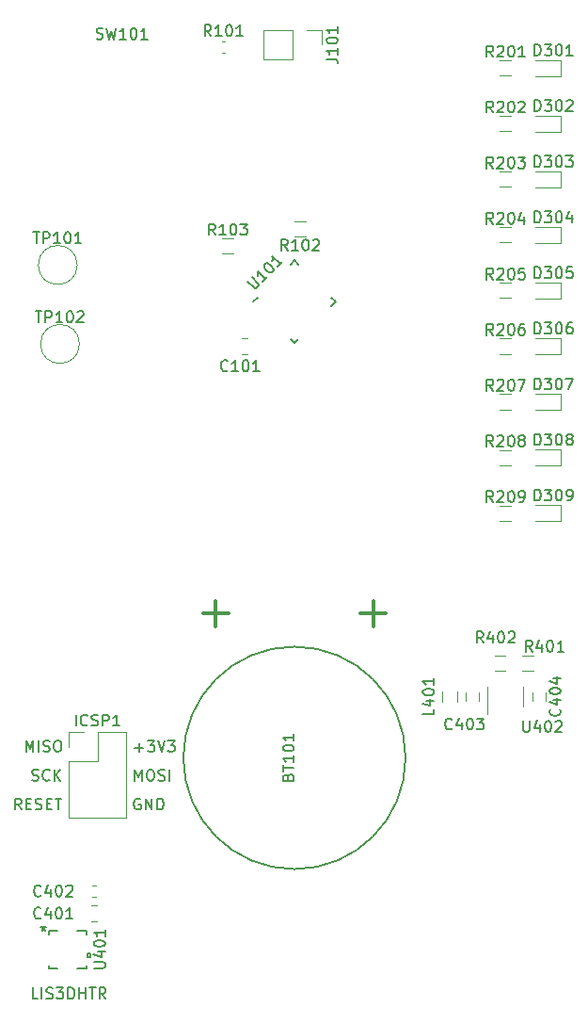
<source format=gbr>
G04 #@! TF.GenerationSoftware,KiCad,Pcbnew,5.0.2-bee76a0~70~ubuntu18.04.1*
G04 #@! TF.CreationDate,2019-03-04T23:14:44-05:00*
G04 #@! TF.ProjectId,BalancingBusinessCardLights,42616c61-6e63-4696-9e67-427573696e65,rev?*
G04 #@! TF.SameCoordinates,Original*
G04 #@! TF.FileFunction,Legend,Top*
G04 #@! TF.FilePolarity,Positive*
%FSLAX46Y46*%
G04 Gerber Fmt 4.6, Leading zero omitted, Abs format (unit mm)*
G04 Created by KiCad (PCBNEW 5.0.2-bee76a0~70~ubuntu18.04.1) date Mon 04 Mar 2019 11:14:44 PM EST*
%MOMM*%
%LPD*%
G01*
G04 APERTURE LIST*
%ADD10C,0.300000*%
%ADD11C,0.150000*%
%ADD12C,0.120000*%
%ADD13C,0.152400*%
G04 APERTURE END LIST*
D10*
X211457142Y-103014285D02*
X213742857Y-103014285D01*
X212600000Y-104157142D02*
X212600000Y-101871428D01*
X197257142Y-103014285D02*
X199542857Y-103014285D01*
X198400000Y-104157142D02*
X198400000Y-101871428D01*
D11*
X191140595Y-115071428D02*
X191902500Y-115071428D01*
X191521547Y-115452380D02*
X191521547Y-114690476D01*
X192283452Y-114452380D02*
X192902500Y-114452380D01*
X192569166Y-114833333D01*
X192712023Y-114833333D01*
X192807261Y-114880952D01*
X192854880Y-114928571D01*
X192902500Y-115023809D01*
X192902500Y-115261904D01*
X192854880Y-115357142D01*
X192807261Y-115404761D01*
X192712023Y-115452380D01*
X192426309Y-115452380D01*
X192331071Y-115404761D01*
X192283452Y-115357142D01*
X193188214Y-114452380D02*
X193521547Y-115452380D01*
X193854880Y-114452380D01*
X194092976Y-114452380D02*
X194712023Y-114452380D01*
X194378690Y-114833333D01*
X194521547Y-114833333D01*
X194616785Y-114880952D01*
X194664404Y-114928571D01*
X194712023Y-115023809D01*
X194712023Y-115261904D01*
X194664404Y-115357142D01*
X194616785Y-115404761D01*
X194521547Y-115452380D01*
X194235833Y-115452380D01*
X194140595Y-115404761D01*
X194092976Y-115357142D01*
X191121547Y-118052380D02*
X191121547Y-117052380D01*
X191454880Y-117766666D01*
X191788214Y-117052380D01*
X191788214Y-118052380D01*
X192454880Y-117052380D02*
X192645357Y-117052380D01*
X192740595Y-117100000D01*
X192835833Y-117195238D01*
X192883452Y-117385714D01*
X192883452Y-117719047D01*
X192835833Y-117909523D01*
X192740595Y-118004761D01*
X192645357Y-118052380D01*
X192454880Y-118052380D01*
X192359642Y-118004761D01*
X192264404Y-117909523D01*
X192216785Y-117719047D01*
X192216785Y-117385714D01*
X192264404Y-117195238D01*
X192359642Y-117100000D01*
X192454880Y-117052380D01*
X193264404Y-118004761D02*
X193407261Y-118052380D01*
X193645357Y-118052380D01*
X193740595Y-118004761D01*
X193788214Y-117957142D01*
X193835833Y-117861904D01*
X193835833Y-117766666D01*
X193788214Y-117671428D01*
X193740595Y-117623809D01*
X193645357Y-117576190D01*
X193454880Y-117528571D01*
X193359642Y-117480952D01*
X193312023Y-117433333D01*
X193264404Y-117338095D01*
X193264404Y-117242857D01*
X193312023Y-117147619D01*
X193359642Y-117100000D01*
X193454880Y-117052380D01*
X193692976Y-117052380D01*
X193835833Y-117100000D01*
X194264404Y-118052380D02*
X194264404Y-117052380D01*
X191616785Y-119700000D02*
X191521547Y-119652380D01*
X191378690Y-119652380D01*
X191235833Y-119700000D01*
X191140595Y-119795238D01*
X191092976Y-119890476D01*
X191045357Y-120080952D01*
X191045357Y-120223809D01*
X191092976Y-120414285D01*
X191140595Y-120509523D01*
X191235833Y-120604761D01*
X191378690Y-120652380D01*
X191473928Y-120652380D01*
X191616785Y-120604761D01*
X191664404Y-120557142D01*
X191664404Y-120223809D01*
X191473928Y-120223809D01*
X192092976Y-120652380D02*
X192092976Y-119652380D01*
X192664404Y-120652380D01*
X192664404Y-119652380D01*
X193140595Y-120652380D02*
X193140595Y-119652380D01*
X193378690Y-119652380D01*
X193521547Y-119700000D01*
X193616785Y-119795238D01*
X193664404Y-119890476D01*
X193712023Y-120080952D01*
X193712023Y-120223809D01*
X193664404Y-120414285D01*
X193616785Y-120509523D01*
X193521547Y-120604761D01*
X193378690Y-120652380D01*
X193140595Y-120652380D01*
X180907023Y-120652380D02*
X180573690Y-120176190D01*
X180335595Y-120652380D02*
X180335595Y-119652380D01*
X180716547Y-119652380D01*
X180811785Y-119700000D01*
X180859404Y-119747619D01*
X180907023Y-119842857D01*
X180907023Y-119985714D01*
X180859404Y-120080952D01*
X180811785Y-120128571D01*
X180716547Y-120176190D01*
X180335595Y-120176190D01*
X181335595Y-120128571D02*
X181668928Y-120128571D01*
X181811785Y-120652380D02*
X181335595Y-120652380D01*
X181335595Y-119652380D01*
X181811785Y-119652380D01*
X182192738Y-120604761D02*
X182335595Y-120652380D01*
X182573690Y-120652380D01*
X182668928Y-120604761D01*
X182716547Y-120557142D01*
X182764166Y-120461904D01*
X182764166Y-120366666D01*
X182716547Y-120271428D01*
X182668928Y-120223809D01*
X182573690Y-120176190D01*
X182383214Y-120128571D01*
X182287976Y-120080952D01*
X182240357Y-120033333D01*
X182192738Y-119938095D01*
X182192738Y-119842857D01*
X182240357Y-119747619D01*
X182287976Y-119700000D01*
X182383214Y-119652380D01*
X182621309Y-119652380D01*
X182764166Y-119700000D01*
X183192738Y-120128571D02*
X183526071Y-120128571D01*
X183668928Y-120652380D02*
X183192738Y-120652380D01*
X183192738Y-119652380D01*
X183668928Y-119652380D01*
X183954642Y-119652380D02*
X184526071Y-119652380D01*
X184240357Y-120652380D02*
X184240357Y-119652380D01*
X181887976Y-118004761D02*
X182030833Y-118052380D01*
X182268928Y-118052380D01*
X182364166Y-118004761D01*
X182411785Y-117957142D01*
X182459404Y-117861904D01*
X182459404Y-117766666D01*
X182411785Y-117671428D01*
X182364166Y-117623809D01*
X182268928Y-117576190D01*
X182078452Y-117528571D01*
X181983214Y-117480952D01*
X181935595Y-117433333D01*
X181887976Y-117338095D01*
X181887976Y-117242857D01*
X181935595Y-117147619D01*
X181983214Y-117100000D01*
X182078452Y-117052380D01*
X182316547Y-117052380D01*
X182459404Y-117100000D01*
X183459404Y-117957142D02*
X183411785Y-118004761D01*
X183268928Y-118052380D01*
X183173690Y-118052380D01*
X183030833Y-118004761D01*
X182935595Y-117909523D01*
X182887976Y-117814285D01*
X182840357Y-117623809D01*
X182840357Y-117480952D01*
X182887976Y-117290476D01*
X182935595Y-117195238D01*
X183030833Y-117100000D01*
X183173690Y-117052380D01*
X183268928Y-117052380D01*
X183411785Y-117100000D01*
X183459404Y-117147619D01*
X183887976Y-118052380D02*
X183887976Y-117052380D01*
X184459404Y-118052380D02*
X184030833Y-117480952D01*
X184459404Y-117052380D02*
X183887976Y-117623809D01*
X181335595Y-115452380D02*
X181335595Y-114452380D01*
X181668928Y-115166666D01*
X182002261Y-114452380D01*
X182002261Y-115452380D01*
X182478452Y-115452380D02*
X182478452Y-114452380D01*
X182907023Y-115404761D02*
X183049880Y-115452380D01*
X183287976Y-115452380D01*
X183383214Y-115404761D01*
X183430833Y-115357142D01*
X183478452Y-115261904D01*
X183478452Y-115166666D01*
X183430833Y-115071428D01*
X183383214Y-115023809D01*
X183287976Y-114976190D01*
X183097500Y-114928571D01*
X183002261Y-114880952D01*
X182954642Y-114833333D01*
X182907023Y-114738095D01*
X182907023Y-114642857D01*
X182954642Y-114547619D01*
X183002261Y-114500000D01*
X183097500Y-114452380D01*
X183335595Y-114452380D01*
X183478452Y-114500000D01*
X184097500Y-114452380D02*
X184287976Y-114452380D01*
X184383214Y-114500000D01*
X184478452Y-114595238D01*
X184526071Y-114785714D01*
X184526071Y-115119047D01*
X184478452Y-115309523D01*
X184383214Y-115404761D01*
X184287976Y-115452380D01*
X184097500Y-115452380D01*
X184002261Y-115404761D01*
X183907023Y-115309523D01*
X183859404Y-115119047D01*
X183859404Y-114785714D01*
X183907023Y-114595238D01*
X184002261Y-114500000D01*
X184097500Y-114452380D01*
G04 #@! TO.C,BT101*
X215500000Y-116000000D02*
G75*
G03X215500000Y-116000000I-10000000J0D01*
G01*
D12*
G04 #@! TO.C,C101*
X201258578Y-78290000D02*
X200741422Y-78290000D01*
X201258578Y-79710000D02*
X200741422Y-79710000D01*
G04 #@! TO.C,C401*
X187241422Y-130710000D02*
X187758578Y-130710000D01*
X187241422Y-129290000D02*
X187758578Y-129290000D01*
G04 #@! TO.C,C402*
X187337221Y-128510000D02*
X187662779Y-128510000D01*
X187337221Y-127490000D02*
X187662779Y-127490000D01*
G04 #@! TO.C,D301*
X229485000Y-53265000D02*
X227200000Y-53265000D01*
X229485000Y-54735000D02*
X229485000Y-53265000D01*
X227200000Y-54735000D02*
X229485000Y-54735000D01*
G04 #@! TO.C,D302*
X229485000Y-58265000D02*
X227200000Y-58265000D01*
X229485000Y-59735000D02*
X229485000Y-58265000D01*
X227200000Y-59735000D02*
X229485000Y-59735000D01*
G04 #@! TO.C,D303*
X229485000Y-63265000D02*
X227200000Y-63265000D01*
X229485000Y-64735000D02*
X229485000Y-63265000D01*
X227200000Y-64735000D02*
X229485000Y-64735000D01*
G04 #@! TO.C,D304*
X229485000Y-68265000D02*
X227200000Y-68265000D01*
X229485000Y-69735000D02*
X229485000Y-68265000D01*
X227200000Y-69735000D02*
X229485000Y-69735000D01*
G04 #@! TO.C,D305*
X229485000Y-73265000D02*
X227200000Y-73265000D01*
X229485000Y-74735000D02*
X229485000Y-73265000D01*
X227200000Y-74735000D02*
X229485000Y-74735000D01*
G04 #@! TO.C,D306*
X229485000Y-78265000D02*
X227200000Y-78265000D01*
X229485000Y-79735000D02*
X229485000Y-78265000D01*
X227200000Y-79735000D02*
X229485000Y-79735000D01*
G04 #@! TO.C,D307*
X229485000Y-83265000D02*
X227200000Y-83265000D01*
X229485000Y-84735000D02*
X229485000Y-83265000D01*
X227200000Y-84735000D02*
X229485000Y-84735000D01*
G04 #@! TO.C,D308*
X229485000Y-88265000D02*
X227200000Y-88265000D01*
X229485000Y-89735000D02*
X229485000Y-88265000D01*
X227200000Y-89735000D02*
X229485000Y-89735000D01*
G04 #@! TO.C,D309*
X229485000Y-93265000D02*
X227200000Y-93265000D01*
X229485000Y-94735000D02*
X229485000Y-93265000D01*
X227200000Y-94735000D02*
X229485000Y-94735000D01*
G04 #@! TO.C,ICSP1*
X185170000Y-113670000D02*
X186500000Y-113670000D01*
X185170000Y-115000000D02*
X185170000Y-113670000D01*
X187770000Y-113670000D02*
X190370000Y-113670000D01*
X187770000Y-116270000D02*
X187770000Y-113670000D01*
X185170000Y-116270000D02*
X187770000Y-116270000D01*
X190370000Y-113670000D02*
X190370000Y-121410000D01*
X185170000Y-116270000D02*
X185170000Y-121410000D01*
X185170000Y-121410000D02*
X190370000Y-121410000D01*
D13*
G04 #@! TO.C,U401*
X186853001Y-133564500D02*
X187107001Y-133564500D01*
X186853001Y-133945500D02*
X186853001Y-133564500D01*
X187107001Y-133945500D02*
X186853001Y-133945500D01*
X187107001Y-133564500D02*
X187107001Y-133945500D01*
X184166749Y-131553201D02*
X183373201Y-131553201D01*
X186776801Y-131846748D02*
X186776801Y-131553201D01*
X185983253Y-134956801D02*
X186776801Y-134956801D01*
X183373201Y-134663254D02*
X183373201Y-134956801D01*
X183373201Y-131553201D02*
X183373201Y-131846748D01*
X186776801Y-131553201D02*
X185983253Y-131553201D01*
X186776801Y-134956801D02*
X186776801Y-134663254D01*
X183373201Y-134956801D02*
X184166749Y-134956801D01*
D12*
G04 #@! TO.C,C403*
X222100000Y-110150000D02*
X222100000Y-110850000D01*
X220900000Y-110850000D02*
X220900000Y-110150000D01*
G04 #@! TO.C,C404*
X226900000Y-110850000D02*
X226900000Y-110150000D01*
X228100000Y-110150000D02*
X228100000Y-110850000D01*
G04 #@! TO.C,L401*
X218820000Y-111000000D02*
X218820000Y-110000000D01*
X220180000Y-110000000D02*
X220180000Y-111000000D01*
G04 #@! TO.C,R201*
X224000000Y-53320000D02*
X225000000Y-53320000D01*
X225000000Y-54680000D02*
X224000000Y-54680000D01*
G04 #@! TO.C,R202*
X225000000Y-59680000D02*
X224000000Y-59680000D01*
X224000000Y-58320000D02*
X225000000Y-58320000D01*
G04 #@! TO.C,R203*
X224000000Y-63320000D02*
X225000000Y-63320000D01*
X225000000Y-64680000D02*
X224000000Y-64680000D01*
G04 #@! TO.C,R204*
X225000000Y-69680000D02*
X224000000Y-69680000D01*
X224000000Y-68320000D02*
X225000000Y-68320000D01*
G04 #@! TO.C,R205*
X224000000Y-73320000D02*
X225000000Y-73320000D01*
X225000000Y-74680000D02*
X224000000Y-74680000D01*
G04 #@! TO.C,R206*
X225000000Y-79680000D02*
X224000000Y-79680000D01*
X224000000Y-78320000D02*
X225000000Y-78320000D01*
G04 #@! TO.C,R207*
X224000000Y-83320000D02*
X225000000Y-83320000D01*
X225000000Y-84680000D02*
X224000000Y-84680000D01*
G04 #@! TO.C,R208*
X225000000Y-89680000D02*
X224000000Y-89680000D01*
X224000000Y-88320000D02*
X225000000Y-88320000D01*
G04 #@! TO.C,R209*
X225000000Y-94680000D02*
X224000000Y-94680000D01*
X224000000Y-93320000D02*
X225000000Y-93320000D01*
G04 #@! TO.C,R401*
X227000000Y-108180000D02*
X226000000Y-108180000D01*
X226000000Y-106820000D02*
X227000000Y-106820000D01*
G04 #@! TO.C,R402*
X223500000Y-106820000D02*
X224500000Y-106820000D01*
X224500000Y-108180000D02*
X223500000Y-108180000D01*
D11*
G04 #@! TO.C,U101*
X205500000Y-71287689D02*
X205128769Y-71658920D01*
X209212311Y-75000000D02*
X208841080Y-75371231D01*
X205500000Y-78712311D02*
X205871231Y-78341080D01*
X201787689Y-75000000D02*
X202158920Y-74628769D01*
X209212311Y-75000000D02*
X208841080Y-74628769D01*
X205500000Y-78712311D02*
X205128769Y-78341080D01*
X205500000Y-71287689D02*
X205871231Y-71658920D01*
D12*
G04 #@! TO.C,U402*
X222890000Y-109600000D02*
X222890000Y-112050000D01*
X226110000Y-111400000D02*
X226110000Y-109600000D01*
G04 #@! TO.C,R102*
X206500000Y-69180000D02*
X205500000Y-69180000D01*
X205500000Y-67820000D02*
X206500000Y-67820000D01*
G04 #@! TO.C,R103*
X200000000Y-70680000D02*
X199000000Y-70680000D01*
X199000000Y-69320000D02*
X200000000Y-69320000D01*
G04 #@! TO.C,J101*
X202730000Y-50570000D02*
X202730000Y-53230000D01*
X205330000Y-50570000D02*
X202730000Y-50570000D01*
X205330000Y-53230000D02*
X202730000Y-53230000D01*
X205330000Y-50570000D02*
X205330000Y-53230000D01*
X206600000Y-50570000D02*
X207930000Y-50570000D01*
X207930000Y-50570000D02*
X207930000Y-51900000D01*
G04 #@! TO.C,R101*
X198949721Y-51590000D02*
X199275279Y-51590000D01*
X198949721Y-52610000D02*
X199275279Y-52610000D01*
G04 #@! TO.C,TP101*
X185950000Y-71700000D02*
G75*
G03X185950000Y-71700000I-1750000J0D01*
G01*
G04 #@! TO.C,TP102*
X186150000Y-78800000D02*
G75*
G03X186150000Y-78800000I-1750000J0D01*
G01*
G04 #@! TO.C,BT101*
D11*
X204928571Y-117738095D02*
X204976190Y-117595238D01*
X205023809Y-117547619D01*
X205119047Y-117500000D01*
X205261904Y-117500000D01*
X205357142Y-117547619D01*
X205404761Y-117595238D01*
X205452380Y-117690476D01*
X205452380Y-118071428D01*
X204452380Y-118071428D01*
X204452380Y-117738095D01*
X204500000Y-117642857D01*
X204547619Y-117595238D01*
X204642857Y-117547619D01*
X204738095Y-117547619D01*
X204833333Y-117595238D01*
X204880952Y-117642857D01*
X204928571Y-117738095D01*
X204928571Y-118071428D01*
X204452380Y-117214285D02*
X204452380Y-116642857D01*
X205452380Y-116928571D02*
X204452380Y-116928571D01*
X205452380Y-115785714D02*
X205452380Y-116357142D01*
X205452380Y-116071428D02*
X204452380Y-116071428D01*
X204595238Y-116166666D01*
X204690476Y-116261904D01*
X204738095Y-116357142D01*
X204452380Y-115166666D02*
X204452380Y-115071428D01*
X204500000Y-114976190D01*
X204547619Y-114928571D01*
X204642857Y-114880952D01*
X204833333Y-114833333D01*
X205071428Y-114833333D01*
X205261904Y-114880952D01*
X205357142Y-114928571D01*
X205404761Y-114976190D01*
X205452380Y-115071428D01*
X205452380Y-115166666D01*
X205404761Y-115261904D01*
X205357142Y-115309523D01*
X205261904Y-115357142D01*
X205071428Y-115404761D01*
X204833333Y-115404761D01*
X204642857Y-115357142D01*
X204547619Y-115309523D01*
X204500000Y-115261904D01*
X204452380Y-115166666D01*
X205452380Y-113880952D02*
X205452380Y-114452380D01*
X205452380Y-114166666D02*
X204452380Y-114166666D01*
X204595238Y-114261904D01*
X204690476Y-114357142D01*
X204738095Y-114452380D01*
G04 #@! TO.C,C101*
X199480952Y-81157142D02*
X199433333Y-81204761D01*
X199290476Y-81252380D01*
X199195238Y-81252380D01*
X199052380Y-81204761D01*
X198957142Y-81109523D01*
X198909523Y-81014285D01*
X198861904Y-80823809D01*
X198861904Y-80680952D01*
X198909523Y-80490476D01*
X198957142Y-80395238D01*
X199052380Y-80300000D01*
X199195238Y-80252380D01*
X199290476Y-80252380D01*
X199433333Y-80300000D01*
X199480952Y-80347619D01*
X200433333Y-81252380D02*
X199861904Y-81252380D01*
X200147619Y-81252380D02*
X200147619Y-80252380D01*
X200052380Y-80395238D01*
X199957142Y-80490476D01*
X199861904Y-80538095D01*
X201052380Y-80252380D02*
X201147619Y-80252380D01*
X201242857Y-80300000D01*
X201290476Y-80347619D01*
X201338095Y-80442857D01*
X201385714Y-80633333D01*
X201385714Y-80871428D01*
X201338095Y-81061904D01*
X201290476Y-81157142D01*
X201242857Y-81204761D01*
X201147619Y-81252380D01*
X201052380Y-81252380D01*
X200957142Y-81204761D01*
X200909523Y-81157142D01*
X200861904Y-81061904D01*
X200814285Y-80871428D01*
X200814285Y-80633333D01*
X200861904Y-80442857D01*
X200909523Y-80347619D01*
X200957142Y-80300000D01*
X201052380Y-80252380D01*
X202338095Y-81252380D02*
X201766666Y-81252380D01*
X202052380Y-81252380D02*
X202052380Y-80252380D01*
X201957142Y-80395238D01*
X201861904Y-80490476D01*
X201766666Y-80538095D01*
G04 #@! TO.C,C401*
X182680952Y-130357142D02*
X182633333Y-130404761D01*
X182490476Y-130452380D01*
X182395238Y-130452380D01*
X182252380Y-130404761D01*
X182157142Y-130309523D01*
X182109523Y-130214285D01*
X182061904Y-130023809D01*
X182061904Y-129880952D01*
X182109523Y-129690476D01*
X182157142Y-129595238D01*
X182252380Y-129500000D01*
X182395238Y-129452380D01*
X182490476Y-129452380D01*
X182633333Y-129500000D01*
X182680952Y-129547619D01*
X183538095Y-129785714D02*
X183538095Y-130452380D01*
X183300000Y-129404761D02*
X183061904Y-130119047D01*
X183680952Y-130119047D01*
X184252380Y-129452380D02*
X184347619Y-129452380D01*
X184442857Y-129500000D01*
X184490476Y-129547619D01*
X184538095Y-129642857D01*
X184585714Y-129833333D01*
X184585714Y-130071428D01*
X184538095Y-130261904D01*
X184490476Y-130357142D01*
X184442857Y-130404761D01*
X184347619Y-130452380D01*
X184252380Y-130452380D01*
X184157142Y-130404761D01*
X184109523Y-130357142D01*
X184061904Y-130261904D01*
X184014285Y-130071428D01*
X184014285Y-129833333D01*
X184061904Y-129642857D01*
X184109523Y-129547619D01*
X184157142Y-129500000D01*
X184252380Y-129452380D01*
X185538095Y-130452380D02*
X184966666Y-130452380D01*
X185252380Y-130452380D02*
X185252380Y-129452380D01*
X185157142Y-129595238D01*
X185061904Y-129690476D01*
X184966666Y-129738095D01*
G04 #@! TO.C,C402*
X182680952Y-128357142D02*
X182633333Y-128404761D01*
X182490476Y-128452380D01*
X182395238Y-128452380D01*
X182252380Y-128404761D01*
X182157142Y-128309523D01*
X182109523Y-128214285D01*
X182061904Y-128023809D01*
X182061904Y-127880952D01*
X182109523Y-127690476D01*
X182157142Y-127595238D01*
X182252380Y-127500000D01*
X182395238Y-127452380D01*
X182490476Y-127452380D01*
X182633333Y-127500000D01*
X182680952Y-127547619D01*
X183538095Y-127785714D02*
X183538095Y-128452380D01*
X183300000Y-127404761D02*
X183061904Y-128119047D01*
X183680952Y-128119047D01*
X184252380Y-127452380D02*
X184347619Y-127452380D01*
X184442857Y-127500000D01*
X184490476Y-127547619D01*
X184538095Y-127642857D01*
X184585714Y-127833333D01*
X184585714Y-128071428D01*
X184538095Y-128261904D01*
X184490476Y-128357142D01*
X184442857Y-128404761D01*
X184347619Y-128452380D01*
X184252380Y-128452380D01*
X184157142Y-128404761D01*
X184109523Y-128357142D01*
X184061904Y-128261904D01*
X184014285Y-128071428D01*
X184014285Y-127833333D01*
X184061904Y-127642857D01*
X184109523Y-127547619D01*
X184157142Y-127500000D01*
X184252380Y-127452380D01*
X184966666Y-127547619D02*
X185014285Y-127500000D01*
X185109523Y-127452380D01*
X185347619Y-127452380D01*
X185442857Y-127500000D01*
X185490476Y-127547619D01*
X185538095Y-127642857D01*
X185538095Y-127738095D01*
X185490476Y-127880952D01*
X184919047Y-128452380D01*
X185538095Y-128452380D01*
G04 #@! TO.C,D301*
X227109523Y-52882380D02*
X227109523Y-51882380D01*
X227347619Y-51882380D01*
X227490476Y-51930000D01*
X227585714Y-52025238D01*
X227633333Y-52120476D01*
X227680952Y-52310952D01*
X227680952Y-52453809D01*
X227633333Y-52644285D01*
X227585714Y-52739523D01*
X227490476Y-52834761D01*
X227347619Y-52882380D01*
X227109523Y-52882380D01*
X228014285Y-51882380D02*
X228633333Y-51882380D01*
X228300000Y-52263333D01*
X228442857Y-52263333D01*
X228538095Y-52310952D01*
X228585714Y-52358571D01*
X228633333Y-52453809D01*
X228633333Y-52691904D01*
X228585714Y-52787142D01*
X228538095Y-52834761D01*
X228442857Y-52882380D01*
X228157142Y-52882380D01*
X228061904Y-52834761D01*
X228014285Y-52787142D01*
X229252380Y-51882380D02*
X229347619Y-51882380D01*
X229442857Y-51930000D01*
X229490476Y-51977619D01*
X229538095Y-52072857D01*
X229585714Y-52263333D01*
X229585714Y-52501428D01*
X229538095Y-52691904D01*
X229490476Y-52787142D01*
X229442857Y-52834761D01*
X229347619Y-52882380D01*
X229252380Y-52882380D01*
X229157142Y-52834761D01*
X229109523Y-52787142D01*
X229061904Y-52691904D01*
X229014285Y-52501428D01*
X229014285Y-52263333D01*
X229061904Y-52072857D01*
X229109523Y-51977619D01*
X229157142Y-51930000D01*
X229252380Y-51882380D01*
X230538095Y-52882380D02*
X229966666Y-52882380D01*
X230252380Y-52882380D02*
X230252380Y-51882380D01*
X230157142Y-52025238D01*
X230061904Y-52120476D01*
X229966666Y-52168095D01*
G04 #@! TO.C,D302*
X227109523Y-57882380D02*
X227109523Y-56882380D01*
X227347619Y-56882380D01*
X227490476Y-56930000D01*
X227585714Y-57025238D01*
X227633333Y-57120476D01*
X227680952Y-57310952D01*
X227680952Y-57453809D01*
X227633333Y-57644285D01*
X227585714Y-57739523D01*
X227490476Y-57834761D01*
X227347619Y-57882380D01*
X227109523Y-57882380D01*
X228014285Y-56882380D02*
X228633333Y-56882380D01*
X228300000Y-57263333D01*
X228442857Y-57263333D01*
X228538095Y-57310952D01*
X228585714Y-57358571D01*
X228633333Y-57453809D01*
X228633333Y-57691904D01*
X228585714Y-57787142D01*
X228538095Y-57834761D01*
X228442857Y-57882380D01*
X228157142Y-57882380D01*
X228061904Y-57834761D01*
X228014285Y-57787142D01*
X229252380Y-56882380D02*
X229347619Y-56882380D01*
X229442857Y-56930000D01*
X229490476Y-56977619D01*
X229538095Y-57072857D01*
X229585714Y-57263333D01*
X229585714Y-57501428D01*
X229538095Y-57691904D01*
X229490476Y-57787142D01*
X229442857Y-57834761D01*
X229347619Y-57882380D01*
X229252380Y-57882380D01*
X229157142Y-57834761D01*
X229109523Y-57787142D01*
X229061904Y-57691904D01*
X229014285Y-57501428D01*
X229014285Y-57263333D01*
X229061904Y-57072857D01*
X229109523Y-56977619D01*
X229157142Y-56930000D01*
X229252380Y-56882380D01*
X229966666Y-56977619D02*
X230014285Y-56930000D01*
X230109523Y-56882380D01*
X230347619Y-56882380D01*
X230442857Y-56930000D01*
X230490476Y-56977619D01*
X230538095Y-57072857D01*
X230538095Y-57168095D01*
X230490476Y-57310952D01*
X229919047Y-57882380D01*
X230538095Y-57882380D01*
G04 #@! TO.C,D303*
X227109523Y-62882380D02*
X227109523Y-61882380D01*
X227347619Y-61882380D01*
X227490476Y-61930000D01*
X227585714Y-62025238D01*
X227633333Y-62120476D01*
X227680952Y-62310952D01*
X227680952Y-62453809D01*
X227633333Y-62644285D01*
X227585714Y-62739523D01*
X227490476Y-62834761D01*
X227347619Y-62882380D01*
X227109523Y-62882380D01*
X228014285Y-61882380D02*
X228633333Y-61882380D01*
X228300000Y-62263333D01*
X228442857Y-62263333D01*
X228538095Y-62310952D01*
X228585714Y-62358571D01*
X228633333Y-62453809D01*
X228633333Y-62691904D01*
X228585714Y-62787142D01*
X228538095Y-62834761D01*
X228442857Y-62882380D01*
X228157142Y-62882380D01*
X228061904Y-62834761D01*
X228014285Y-62787142D01*
X229252380Y-61882380D02*
X229347619Y-61882380D01*
X229442857Y-61930000D01*
X229490476Y-61977619D01*
X229538095Y-62072857D01*
X229585714Y-62263333D01*
X229585714Y-62501428D01*
X229538095Y-62691904D01*
X229490476Y-62787142D01*
X229442857Y-62834761D01*
X229347619Y-62882380D01*
X229252380Y-62882380D01*
X229157142Y-62834761D01*
X229109523Y-62787142D01*
X229061904Y-62691904D01*
X229014285Y-62501428D01*
X229014285Y-62263333D01*
X229061904Y-62072857D01*
X229109523Y-61977619D01*
X229157142Y-61930000D01*
X229252380Y-61882380D01*
X229919047Y-61882380D02*
X230538095Y-61882380D01*
X230204761Y-62263333D01*
X230347619Y-62263333D01*
X230442857Y-62310952D01*
X230490476Y-62358571D01*
X230538095Y-62453809D01*
X230538095Y-62691904D01*
X230490476Y-62787142D01*
X230442857Y-62834761D01*
X230347619Y-62882380D01*
X230061904Y-62882380D01*
X229966666Y-62834761D01*
X229919047Y-62787142D01*
G04 #@! TO.C,D304*
X227109523Y-67882380D02*
X227109523Y-66882380D01*
X227347619Y-66882380D01*
X227490476Y-66930000D01*
X227585714Y-67025238D01*
X227633333Y-67120476D01*
X227680952Y-67310952D01*
X227680952Y-67453809D01*
X227633333Y-67644285D01*
X227585714Y-67739523D01*
X227490476Y-67834761D01*
X227347619Y-67882380D01*
X227109523Y-67882380D01*
X228014285Y-66882380D02*
X228633333Y-66882380D01*
X228300000Y-67263333D01*
X228442857Y-67263333D01*
X228538095Y-67310952D01*
X228585714Y-67358571D01*
X228633333Y-67453809D01*
X228633333Y-67691904D01*
X228585714Y-67787142D01*
X228538095Y-67834761D01*
X228442857Y-67882380D01*
X228157142Y-67882380D01*
X228061904Y-67834761D01*
X228014285Y-67787142D01*
X229252380Y-66882380D02*
X229347619Y-66882380D01*
X229442857Y-66930000D01*
X229490476Y-66977619D01*
X229538095Y-67072857D01*
X229585714Y-67263333D01*
X229585714Y-67501428D01*
X229538095Y-67691904D01*
X229490476Y-67787142D01*
X229442857Y-67834761D01*
X229347619Y-67882380D01*
X229252380Y-67882380D01*
X229157142Y-67834761D01*
X229109523Y-67787142D01*
X229061904Y-67691904D01*
X229014285Y-67501428D01*
X229014285Y-67263333D01*
X229061904Y-67072857D01*
X229109523Y-66977619D01*
X229157142Y-66930000D01*
X229252380Y-66882380D01*
X230442857Y-67215714D02*
X230442857Y-67882380D01*
X230204761Y-66834761D02*
X229966666Y-67549047D01*
X230585714Y-67549047D01*
G04 #@! TO.C,D305*
X227109523Y-72882380D02*
X227109523Y-71882380D01*
X227347619Y-71882380D01*
X227490476Y-71930000D01*
X227585714Y-72025238D01*
X227633333Y-72120476D01*
X227680952Y-72310952D01*
X227680952Y-72453809D01*
X227633333Y-72644285D01*
X227585714Y-72739523D01*
X227490476Y-72834761D01*
X227347619Y-72882380D01*
X227109523Y-72882380D01*
X228014285Y-71882380D02*
X228633333Y-71882380D01*
X228300000Y-72263333D01*
X228442857Y-72263333D01*
X228538095Y-72310952D01*
X228585714Y-72358571D01*
X228633333Y-72453809D01*
X228633333Y-72691904D01*
X228585714Y-72787142D01*
X228538095Y-72834761D01*
X228442857Y-72882380D01*
X228157142Y-72882380D01*
X228061904Y-72834761D01*
X228014285Y-72787142D01*
X229252380Y-71882380D02*
X229347619Y-71882380D01*
X229442857Y-71930000D01*
X229490476Y-71977619D01*
X229538095Y-72072857D01*
X229585714Y-72263333D01*
X229585714Y-72501428D01*
X229538095Y-72691904D01*
X229490476Y-72787142D01*
X229442857Y-72834761D01*
X229347619Y-72882380D01*
X229252380Y-72882380D01*
X229157142Y-72834761D01*
X229109523Y-72787142D01*
X229061904Y-72691904D01*
X229014285Y-72501428D01*
X229014285Y-72263333D01*
X229061904Y-72072857D01*
X229109523Y-71977619D01*
X229157142Y-71930000D01*
X229252380Y-71882380D01*
X230490476Y-71882380D02*
X230014285Y-71882380D01*
X229966666Y-72358571D01*
X230014285Y-72310952D01*
X230109523Y-72263333D01*
X230347619Y-72263333D01*
X230442857Y-72310952D01*
X230490476Y-72358571D01*
X230538095Y-72453809D01*
X230538095Y-72691904D01*
X230490476Y-72787142D01*
X230442857Y-72834761D01*
X230347619Y-72882380D01*
X230109523Y-72882380D01*
X230014285Y-72834761D01*
X229966666Y-72787142D01*
G04 #@! TO.C,D306*
X227109523Y-77882380D02*
X227109523Y-76882380D01*
X227347619Y-76882380D01*
X227490476Y-76930000D01*
X227585714Y-77025238D01*
X227633333Y-77120476D01*
X227680952Y-77310952D01*
X227680952Y-77453809D01*
X227633333Y-77644285D01*
X227585714Y-77739523D01*
X227490476Y-77834761D01*
X227347619Y-77882380D01*
X227109523Y-77882380D01*
X228014285Y-76882380D02*
X228633333Y-76882380D01*
X228300000Y-77263333D01*
X228442857Y-77263333D01*
X228538095Y-77310952D01*
X228585714Y-77358571D01*
X228633333Y-77453809D01*
X228633333Y-77691904D01*
X228585714Y-77787142D01*
X228538095Y-77834761D01*
X228442857Y-77882380D01*
X228157142Y-77882380D01*
X228061904Y-77834761D01*
X228014285Y-77787142D01*
X229252380Y-76882380D02*
X229347619Y-76882380D01*
X229442857Y-76930000D01*
X229490476Y-76977619D01*
X229538095Y-77072857D01*
X229585714Y-77263333D01*
X229585714Y-77501428D01*
X229538095Y-77691904D01*
X229490476Y-77787142D01*
X229442857Y-77834761D01*
X229347619Y-77882380D01*
X229252380Y-77882380D01*
X229157142Y-77834761D01*
X229109523Y-77787142D01*
X229061904Y-77691904D01*
X229014285Y-77501428D01*
X229014285Y-77263333D01*
X229061904Y-77072857D01*
X229109523Y-76977619D01*
X229157142Y-76930000D01*
X229252380Y-76882380D01*
X230442857Y-76882380D02*
X230252380Y-76882380D01*
X230157142Y-76930000D01*
X230109523Y-76977619D01*
X230014285Y-77120476D01*
X229966666Y-77310952D01*
X229966666Y-77691904D01*
X230014285Y-77787142D01*
X230061904Y-77834761D01*
X230157142Y-77882380D01*
X230347619Y-77882380D01*
X230442857Y-77834761D01*
X230490476Y-77787142D01*
X230538095Y-77691904D01*
X230538095Y-77453809D01*
X230490476Y-77358571D01*
X230442857Y-77310952D01*
X230347619Y-77263333D01*
X230157142Y-77263333D01*
X230061904Y-77310952D01*
X230014285Y-77358571D01*
X229966666Y-77453809D01*
G04 #@! TO.C,D307*
X227109523Y-82882380D02*
X227109523Y-81882380D01*
X227347619Y-81882380D01*
X227490476Y-81930000D01*
X227585714Y-82025238D01*
X227633333Y-82120476D01*
X227680952Y-82310952D01*
X227680952Y-82453809D01*
X227633333Y-82644285D01*
X227585714Y-82739523D01*
X227490476Y-82834761D01*
X227347619Y-82882380D01*
X227109523Y-82882380D01*
X228014285Y-81882380D02*
X228633333Y-81882380D01*
X228300000Y-82263333D01*
X228442857Y-82263333D01*
X228538095Y-82310952D01*
X228585714Y-82358571D01*
X228633333Y-82453809D01*
X228633333Y-82691904D01*
X228585714Y-82787142D01*
X228538095Y-82834761D01*
X228442857Y-82882380D01*
X228157142Y-82882380D01*
X228061904Y-82834761D01*
X228014285Y-82787142D01*
X229252380Y-81882380D02*
X229347619Y-81882380D01*
X229442857Y-81930000D01*
X229490476Y-81977619D01*
X229538095Y-82072857D01*
X229585714Y-82263333D01*
X229585714Y-82501428D01*
X229538095Y-82691904D01*
X229490476Y-82787142D01*
X229442857Y-82834761D01*
X229347619Y-82882380D01*
X229252380Y-82882380D01*
X229157142Y-82834761D01*
X229109523Y-82787142D01*
X229061904Y-82691904D01*
X229014285Y-82501428D01*
X229014285Y-82263333D01*
X229061904Y-82072857D01*
X229109523Y-81977619D01*
X229157142Y-81930000D01*
X229252380Y-81882380D01*
X229919047Y-81882380D02*
X230585714Y-81882380D01*
X230157142Y-82882380D01*
G04 #@! TO.C,D308*
X227109523Y-87882380D02*
X227109523Y-86882380D01*
X227347619Y-86882380D01*
X227490476Y-86930000D01*
X227585714Y-87025238D01*
X227633333Y-87120476D01*
X227680952Y-87310952D01*
X227680952Y-87453809D01*
X227633333Y-87644285D01*
X227585714Y-87739523D01*
X227490476Y-87834761D01*
X227347619Y-87882380D01*
X227109523Y-87882380D01*
X228014285Y-86882380D02*
X228633333Y-86882380D01*
X228300000Y-87263333D01*
X228442857Y-87263333D01*
X228538095Y-87310952D01*
X228585714Y-87358571D01*
X228633333Y-87453809D01*
X228633333Y-87691904D01*
X228585714Y-87787142D01*
X228538095Y-87834761D01*
X228442857Y-87882380D01*
X228157142Y-87882380D01*
X228061904Y-87834761D01*
X228014285Y-87787142D01*
X229252380Y-86882380D02*
X229347619Y-86882380D01*
X229442857Y-86930000D01*
X229490476Y-86977619D01*
X229538095Y-87072857D01*
X229585714Y-87263333D01*
X229585714Y-87501428D01*
X229538095Y-87691904D01*
X229490476Y-87787142D01*
X229442857Y-87834761D01*
X229347619Y-87882380D01*
X229252380Y-87882380D01*
X229157142Y-87834761D01*
X229109523Y-87787142D01*
X229061904Y-87691904D01*
X229014285Y-87501428D01*
X229014285Y-87263333D01*
X229061904Y-87072857D01*
X229109523Y-86977619D01*
X229157142Y-86930000D01*
X229252380Y-86882380D01*
X230157142Y-87310952D02*
X230061904Y-87263333D01*
X230014285Y-87215714D01*
X229966666Y-87120476D01*
X229966666Y-87072857D01*
X230014285Y-86977619D01*
X230061904Y-86930000D01*
X230157142Y-86882380D01*
X230347619Y-86882380D01*
X230442857Y-86930000D01*
X230490476Y-86977619D01*
X230538095Y-87072857D01*
X230538095Y-87120476D01*
X230490476Y-87215714D01*
X230442857Y-87263333D01*
X230347619Y-87310952D01*
X230157142Y-87310952D01*
X230061904Y-87358571D01*
X230014285Y-87406190D01*
X229966666Y-87501428D01*
X229966666Y-87691904D01*
X230014285Y-87787142D01*
X230061904Y-87834761D01*
X230157142Y-87882380D01*
X230347619Y-87882380D01*
X230442857Y-87834761D01*
X230490476Y-87787142D01*
X230538095Y-87691904D01*
X230538095Y-87501428D01*
X230490476Y-87406190D01*
X230442857Y-87358571D01*
X230347619Y-87310952D01*
G04 #@! TO.C,D309*
X227109523Y-92882380D02*
X227109523Y-91882380D01*
X227347619Y-91882380D01*
X227490476Y-91930000D01*
X227585714Y-92025238D01*
X227633333Y-92120476D01*
X227680952Y-92310952D01*
X227680952Y-92453809D01*
X227633333Y-92644285D01*
X227585714Y-92739523D01*
X227490476Y-92834761D01*
X227347619Y-92882380D01*
X227109523Y-92882380D01*
X228014285Y-91882380D02*
X228633333Y-91882380D01*
X228300000Y-92263333D01*
X228442857Y-92263333D01*
X228538095Y-92310952D01*
X228585714Y-92358571D01*
X228633333Y-92453809D01*
X228633333Y-92691904D01*
X228585714Y-92787142D01*
X228538095Y-92834761D01*
X228442857Y-92882380D01*
X228157142Y-92882380D01*
X228061904Y-92834761D01*
X228014285Y-92787142D01*
X229252380Y-91882380D02*
X229347619Y-91882380D01*
X229442857Y-91930000D01*
X229490476Y-91977619D01*
X229538095Y-92072857D01*
X229585714Y-92263333D01*
X229585714Y-92501428D01*
X229538095Y-92691904D01*
X229490476Y-92787142D01*
X229442857Y-92834761D01*
X229347619Y-92882380D01*
X229252380Y-92882380D01*
X229157142Y-92834761D01*
X229109523Y-92787142D01*
X229061904Y-92691904D01*
X229014285Y-92501428D01*
X229014285Y-92263333D01*
X229061904Y-92072857D01*
X229109523Y-91977619D01*
X229157142Y-91930000D01*
X229252380Y-91882380D01*
X230061904Y-92882380D02*
X230252380Y-92882380D01*
X230347619Y-92834761D01*
X230395238Y-92787142D01*
X230490476Y-92644285D01*
X230538095Y-92453809D01*
X230538095Y-92072857D01*
X230490476Y-91977619D01*
X230442857Y-91930000D01*
X230347619Y-91882380D01*
X230157142Y-91882380D01*
X230061904Y-91930000D01*
X230014285Y-91977619D01*
X229966666Y-92072857D01*
X229966666Y-92310952D01*
X230014285Y-92406190D01*
X230061904Y-92453809D01*
X230157142Y-92501428D01*
X230347619Y-92501428D01*
X230442857Y-92453809D01*
X230490476Y-92406190D01*
X230538095Y-92310952D01*
G04 #@! TO.C,ICSP1*
X185817619Y-113122380D02*
X185817619Y-112122380D01*
X186865238Y-113027142D02*
X186817619Y-113074761D01*
X186674761Y-113122380D01*
X186579523Y-113122380D01*
X186436666Y-113074761D01*
X186341428Y-112979523D01*
X186293809Y-112884285D01*
X186246190Y-112693809D01*
X186246190Y-112550952D01*
X186293809Y-112360476D01*
X186341428Y-112265238D01*
X186436666Y-112170000D01*
X186579523Y-112122380D01*
X186674761Y-112122380D01*
X186817619Y-112170000D01*
X186865238Y-112217619D01*
X187246190Y-113074761D02*
X187389047Y-113122380D01*
X187627142Y-113122380D01*
X187722380Y-113074761D01*
X187770000Y-113027142D01*
X187817619Y-112931904D01*
X187817619Y-112836666D01*
X187770000Y-112741428D01*
X187722380Y-112693809D01*
X187627142Y-112646190D01*
X187436666Y-112598571D01*
X187341428Y-112550952D01*
X187293809Y-112503333D01*
X187246190Y-112408095D01*
X187246190Y-112312857D01*
X187293809Y-112217619D01*
X187341428Y-112170000D01*
X187436666Y-112122380D01*
X187674761Y-112122380D01*
X187817619Y-112170000D01*
X188246190Y-113122380D02*
X188246190Y-112122380D01*
X188627142Y-112122380D01*
X188722380Y-112170000D01*
X188770000Y-112217619D01*
X188817619Y-112312857D01*
X188817619Y-112455714D01*
X188770000Y-112550952D01*
X188722380Y-112598571D01*
X188627142Y-112646190D01*
X188246190Y-112646190D01*
X189770000Y-113122380D02*
X189198571Y-113122380D01*
X189484285Y-113122380D02*
X189484285Y-112122380D01*
X189389047Y-112265238D01*
X189293809Y-112360476D01*
X189198571Y-112408095D01*
G04 #@! TO.C,U401*
X187452380Y-134914285D02*
X188261904Y-134914285D01*
X188357142Y-134866666D01*
X188404761Y-134819047D01*
X188452380Y-134723809D01*
X188452380Y-134533333D01*
X188404761Y-134438095D01*
X188357142Y-134390476D01*
X188261904Y-134342857D01*
X187452380Y-134342857D01*
X187785714Y-133438095D02*
X188452380Y-133438095D01*
X187404761Y-133676190D02*
X188119047Y-133914285D01*
X188119047Y-133295238D01*
X187452380Y-132723809D02*
X187452380Y-132628571D01*
X187500000Y-132533333D01*
X187547619Y-132485714D01*
X187642857Y-132438095D01*
X187833333Y-132390476D01*
X188071428Y-132390476D01*
X188261904Y-132438095D01*
X188357142Y-132485714D01*
X188404761Y-132533333D01*
X188452380Y-132628571D01*
X188452380Y-132723809D01*
X188404761Y-132819047D01*
X188357142Y-132866666D01*
X188261904Y-132914285D01*
X188071428Y-132961904D01*
X187833333Y-132961904D01*
X187642857Y-132914285D01*
X187547619Y-132866666D01*
X187500000Y-132819047D01*
X187452380Y-132723809D01*
X188452380Y-131438095D02*
X188452380Y-132009523D01*
X188452380Y-131723809D02*
X187452380Y-131723809D01*
X187595238Y-131819047D01*
X187690476Y-131914285D01*
X187738095Y-132009523D01*
X182414285Y-137652380D02*
X181938095Y-137652380D01*
X181938095Y-136652380D01*
X182747619Y-137652380D02*
X182747619Y-136652380D01*
X183176190Y-137604761D02*
X183319047Y-137652380D01*
X183557142Y-137652380D01*
X183652380Y-137604761D01*
X183700000Y-137557142D01*
X183747619Y-137461904D01*
X183747619Y-137366666D01*
X183700000Y-137271428D01*
X183652380Y-137223809D01*
X183557142Y-137176190D01*
X183366666Y-137128571D01*
X183271428Y-137080952D01*
X183223809Y-137033333D01*
X183176190Y-136938095D01*
X183176190Y-136842857D01*
X183223809Y-136747619D01*
X183271428Y-136700000D01*
X183366666Y-136652380D01*
X183604761Y-136652380D01*
X183747619Y-136700000D01*
X184080952Y-136652380D02*
X184700000Y-136652380D01*
X184366666Y-137033333D01*
X184509523Y-137033333D01*
X184604761Y-137080952D01*
X184652380Y-137128571D01*
X184700000Y-137223809D01*
X184700000Y-137461904D01*
X184652380Y-137557142D01*
X184604761Y-137604761D01*
X184509523Y-137652380D01*
X184223809Y-137652380D01*
X184128571Y-137604761D01*
X184080952Y-137557142D01*
X185128571Y-137652380D02*
X185128571Y-136652380D01*
X185366666Y-136652380D01*
X185509523Y-136700000D01*
X185604761Y-136795238D01*
X185652380Y-136890476D01*
X185700000Y-137080952D01*
X185700000Y-137223809D01*
X185652380Y-137414285D01*
X185604761Y-137509523D01*
X185509523Y-137604761D01*
X185366666Y-137652380D01*
X185128571Y-137652380D01*
X186128571Y-137652380D02*
X186128571Y-136652380D01*
X186128571Y-137128571D02*
X186700000Y-137128571D01*
X186700000Y-137652380D02*
X186700000Y-136652380D01*
X187033333Y-136652380D02*
X187604761Y-136652380D01*
X187319047Y-137652380D02*
X187319047Y-136652380D01*
X188509523Y-137652380D02*
X188176190Y-137176190D01*
X187938095Y-137652380D02*
X187938095Y-136652380D01*
X188319047Y-136652380D01*
X188414285Y-136700000D01*
X188461904Y-136747619D01*
X188509523Y-136842857D01*
X188509523Y-136985714D01*
X188461904Y-137080952D01*
X188414285Y-137128571D01*
X188319047Y-137176190D01*
X187938095Y-137176190D01*
X182916001Y-131076381D02*
X182916001Y-131314477D01*
X182677905Y-131219239D02*
X182916001Y-131314477D01*
X183154096Y-131219239D01*
X182773143Y-131504953D02*
X182916001Y-131314477D01*
X183058858Y-131504953D01*
G04 #@! TO.C,C403*
X219680952Y-113357142D02*
X219633333Y-113404761D01*
X219490476Y-113452380D01*
X219395238Y-113452380D01*
X219252380Y-113404761D01*
X219157142Y-113309523D01*
X219109523Y-113214285D01*
X219061904Y-113023809D01*
X219061904Y-112880952D01*
X219109523Y-112690476D01*
X219157142Y-112595238D01*
X219252380Y-112500000D01*
X219395238Y-112452380D01*
X219490476Y-112452380D01*
X219633333Y-112500000D01*
X219680952Y-112547619D01*
X220538095Y-112785714D02*
X220538095Y-113452380D01*
X220300000Y-112404761D02*
X220061904Y-113119047D01*
X220680952Y-113119047D01*
X221252380Y-112452380D02*
X221347619Y-112452380D01*
X221442857Y-112500000D01*
X221490476Y-112547619D01*
X221538095Y-112642857D01*
X221585714Y-112833333D01*
X221585714Y-113071428D01*
X221538095Y-113261904D01*
X221490476Y-113357142D01*
X221442857Y-113404761D01*
X221347619Y-113452380D01*
X221252380Y-113452380D01*
X221157142Y-113404761D01*
X221109523Y-113357142D01*
X221061904Y-113261904D01*
X221014285Y-113071428D01*
X221014285Y-112833333D01*
X221061904Y-112642857D01*
X221109523Y-112547619D01*
X221157142Y-112500000D01*
X221252380Y-112452380D01*
X221919047Y-112452380D02*
X222538095Y-112452380D01*
X222204761Y-112833333D01*
X222347619Y-112833333D01*
X222442857Y-112880952D01*
X222490476Y-112928571D01*
X222538095Y-113023809D01*
X222538095Y-113261904D01*
X222490476Y-113357142D01*
X222442857Y-113404761D01*
X222347619Y-113452380D01*
X222061904Y-113452380D01*
X221966666Y-113404761D01*
X221919047Y-113357142D01*
G04 #@! TO.C,C404*
X229357142Y-111619047D02*
X229404761Y-111666666D01*
X229452380Y-111809523D01*
X229452380Y-111904761D01*
X229404761Y-112047619D01*
X229309523Y-112142857D01*
X229214285Y-112190476D01*
X229023809Y-112238095D01*
X228880952Y-112238095D01*
X228690476Y-112190476D01*
X228595238Y-112142857D01*
X228500000Y-112047619D01*
X228452380Y-111904761D01*
X228452380Y-111809523D01*
X228500000Y-111666666D01*
X228547619Y-111619047D01*
X228785714Y-110761904D02*
X229452380Y-110761904D01*
X228404761Y-111000000D02*
X229119047Y-111238095D01*
X229119047Y-110619047D01*
X228452380Y-110047619D02*
X228452380Y-109952380D01*
X228500000Y-109857142D01*
X228547619Y-109809523D01*
X228642857Y-109761904D01*
X228833333Y-109714285D01*
X229071428Y-109714285D01*
X229261904Y-109761904D01*
X229357142Y-109809523D01*
X229404761Y-109857142D01*
X229452380Y-109952380D01*
X229452380Y-110047619D01*
X229404761Y-110142857D01*
X229357142Y-110190476D01*
X229261904Y-110238095D01*
X229071428Y-110285714D01*
X228833333Y-110285714D01*
X228642857Y-110238095D01*
X228547619Y-110190476D01*
X228500000Y-110142857D01*
X228452380Y-110047619D01*
X228785714Y-108857142D02*
X229452380Y-108857142D01*
X228404761Y-109095238D02*
X229119047Y-109333333D01*
X229119047Y-108714285D01*
G04 #@! TO.C,L401*
X218052380Y-111619047D02*
X218052380Y-112095238D01*
X217052380Y-112095238D01*
X217385714Y-110857142D02*
X218052380Y-110857142D01*
X217004761Y-111095238D02*
X217719047Y-111333333D01*
X217719047Y-110714285D01*
X217052380Y-110142857D02*
X217052380Y-110047619D01*
X217100000Y-109952380D01*
X217147619Y-109904761D01*
X217242857Y-109857142D01*
X217433333Y-109809523D01*
X217671428Y-109809523D01*
X217861904Y-109857142D01*
X217957142Y-109904761D01*
X218004761Y-109952380D01*
X218052380Y-110047619D01*
X218052380Y-110142857D01*
X218004761Y-110238095D01*
X217957142Y-110285714D01*
X217861904Y-110333333D01*
X217671428Y-110380952D01*
X217433333Y-110380952D01*
X217242857Y-110333333D01*
X217147619Y-110285714D01*
X217100000Y-110238095D01*
X217052380Y-110142857D01*
X218052380Y-108857142D02*
X218052380Y-109428571D01*
X218052380Y-109142857D02*
X217052380Y-109142857D01*
X217195238Y-109238095D01*
X217290476Y-109333333D01*
X217338095Y-109428571D01*
G04 #@! TO.C,R201*
X223380952Y-53002380D02*
X223047619Y-52526190D01*
X222809523Y-53002380D02*
X222809523Y-52002380D01*
X223190476Y-52002380D01*
X223285714Y-52050000D01*
X223333333Y-52097619D01*
X223380952Y-52192857D01*
X223380952Y-52335714D01*
X223333333Y-52430952D01*
X223285714Y-52478571D01*
X223190476Y-52526190D01*
X222809523Y-52526190D01*
X223761904Y-52097619D02*
X223809523Y-52050000D01*
X223904761Y-52002380D01*
X224142857Y-52002380D01*
X224238095Y-52050000D01*
X224285714Y-52097619D01*
X224333333Y-52192857D01*
X224333333Y-52288095D01*
X224285714Y-52430952D01*
X223714285Y-53002380D01*
X224333333Y-53002380D01*
X224952380Y-52002380D02*
X225047619Y-52002380D01*
X225142857Y-52050000D01*
X225190476Y-52097619D01*
X225238095Y-52192857D01*
X225285714Y-52383333D01*
X225285714Y-52621428D01*
X225238095Y-52811904D01*
X225190476Y-52907142D01*
X225142857Y-52954761D01*
X225047619Y-53002380D01*
X224952380Y-53002380D01*
X224857142Y-52954761D01*
X224809523Y-52907142D01*
X224761904Y-52811904D01*
X224714285Y-52621428D01*
X224714285Y-52383333D01*
X224761904Y-52192857D01*
X224809523Y-52097619D01*
X224857142Y-52050000D01*
X224952380Y-52002380D01*
X226238095Y-53002380D02*
X225666666Y-53002380D01*
X225952380Y-53002380D02*
X225952380Y-52002380D01*
X225857142Y-52145238D01*
X225761904Y-52240476D01*
X225666666Y-52288095D01*
G04 #@! TO.C,R202*
X223380952Y-58002380D02*
X223047619Y-57526190D01*
X222809523Y-58002380D02*
X222809523Y-57002380D01*
X223190476Y-57002380D01*
X223285714Y-57050000D01*
X223333333Y-57097619D01*
X223380952Y-57192857D01*
X223380952Y-57335714D01*
X223333333Y-57430952D01*
X223285714Y-57478571D01*
X223190476Y-57526190D01*
X222809523Y-57526190D01*
X223761904Y-57097619D02*
X223809523Y-57050000D01*
X223904761Y-57002380D01*
X224142857Y-57002380D01*
X224238095Y-57050000D01*
X224285714Y-57097619D01*
X224333333Y-57192857D01*
X224333333Y-57288095D01*
X224285714Y-57430952D01*
X223714285Y-58002380D01*
X224333333Y-58002380D01*
X224952380Y-57002380D02*
X225047619Y-57002380D01*
X225142857Y-57050000D01*
X225190476Y-57097619D01*
X225238095Y-57192857D01*
X225285714Y-57383333D01*
X225285714Y-57621428D01*
X225238095Y-57811904D01*
X225190476Y-57907142D01*
X225142857Y-57954761D01*
X225047619Y-58002380D01*
X224952380Y-58002380D01*
X224857142Y-57954761D01*
X224809523Y-57907142D01*
X224761904Y-57811904D01*
X224714285Y-57621428D01*
X224714285Y-57383333D01*
X224761904Y-57192857D01*
X224809523Y-57097619D01*
X224857142Y-57050000D01*
X224952380Y-57002380D01*
X225666666Y-57097619D02*
X225714285Y-57050000D01*
X225809523Y-57002380D01*
X226047619Y-57002380D01*
X226142857Y-57050000D01*
X226190476Y-57097619D01*
X226238095Y-57192857D01*
X226238095Y-57288095D01*
X226190476Y-57430952D01*
X225619047Y-58002380D01*
X226238095Y-58002380D01*
G04 #@! TO.C,R203*
X223380952Y-63002380D02*
X223047619Y-62526190D01*
X222809523Y-63002380D02*
X222809523Y-62002380D01*
X223190476Y-62002380D01*
X223285714Y-62050000D01*
X223333333Y-62097619D01*
X223380952Y-62192857D01*
X223380952Y-62335714D01*
X223333333Y-62430952D01*
X223285714Y-62478571D01*
X223190476Y-62526190D01*
X222809523Y-62526190D01*
X223761904Y-62097619D02*
X223809523Y-62050000D01*
X223904761Y-62002380D01*
X224142857Y-62002380D01*
X224238095Y-62050000D01*
X224285714Y-62097619D01*
X224333333Y-62192857D01*
X224333333Y-62288095D01*
X224285714Y-62430952D01*
X223714285Y-63002380D01*
X224333333Y-63002380D01*
X224952380Y-62002380D02*
X225047619Y-62002380D01*
X225142857Y-62050000D01*
X225190476Y-62097619D01*
X225238095Y-62192857D01*
X225285714Y-62383333D01*
X225285714Y-62621428D01*
X225238095Y-62811904D01*
X225190476Y-62907142D01*
X225142857Y-62954761D01*
X225047619Y-63002380D01*
X224952380Y-63002380D01*
X224857142Y-62954761D01*
X224809523Y-62907142D01*
X224761904Y-62811904D01*
X224714285Y-62621428D01*
X224714285Y-62383333D01*
X224761904Y-62192857D01*
X224809523Y-62097619D01*
X224857142Y-62050000D01*
X224952380Y-62002380D01*
X225619047Y-62002380D02*
X226238095Y-62002380D01*
X225904761Y-62383333D01*
X226047619Y-62383333D01*
X226142857Y-62430952D01*
X226190476Y-62478571D01*
X226238095Y-62573809D01*
X226238095Y-62811904D01*
X226190476Y-62907142D01*
X226142857Y-62954761D01*
X226047619Y-63002380D01*
X225761904Y-63002380D01*
X225666666Y-62954761D01*
X225619047Y-62907142D01*
G04 #@! TO.C,R204*
X223380952Y-68002380D02*
X223047619Y-67526190D01*
X222809523Y-68002380D02*
X222809523Y-67002380D01*
X223190476Y-67002380D01*
X223285714Y-67050000D01*
X223333333Y-67097619D01*
X223380952Y-67192857D01*
X223380952Y-67335714D01*
X223333333Y-67430952D01*
X223285714Y-67478571D01*
X223190476Y-67526190D01*
X222809523Y-67526190D01*
X223761904Y-67097619D02*
X223809523Y-67050000D01*
X223904761Y-67002380D01*
X224142857Y-67002380D01*
X224238095Y-67050000D01*
X224285714Y-67097619D01*
X224333333Y-67192857D01*
X224333333Y-67288095D01*
X224285714Y-67430952D01*
X223714285Y-68002380D01*
X224333333Y-68002380D01*
X224952380Y-67002380D02*
X225047619Y-67002380D01*
X225142857Y-67050000D01*
X225190476Y-67097619D01*
X225238095Y-67192857D01*
X225285714Y-67383333D01*
X225285714Y-67621428D01*
X225238095Y-67811904D01*
X225190476Y-67907142D01*
X225142857Y-67954761D01*
X225047619Y-68002380D01*
X224952380Y-68002380D01*
X224857142Y-67954761D01*
X224809523Y-67907142D01*
X224761904Y-67811904D01*
X224714285Y-67621428D01*
X224714285Y-67383333D01*
X224761904Y-67192857D01*
X224809523Y-67097619D01*
X224857142Y-67050000D01*
X224952380Y-67002380D01*
X226142857Y-67335714D02*
X226142857Y-68002380D01*
X225904761Y-66954761D02*
X225666666Y-67669047D01*
X226285714Y-67669047D01*
G04 #@! TO.C,R205*
X223380952Y-73002380D02*
X223047619Y-72526190D01*
X222809523Y-73002380D02*
X222809523Y-72002380D01*
X223190476Y-72002380D01*
X223285714Y-72050000D01*
X223333333Y-72097619D01*
X223380952Y-72192857D01*
X223380952Y-72335714D01*
X223333333Y-72430952D01*
X223285714Y-72478571D01*
X223190476Y-72526190D01*
X222809523Y-72526190D01*
X223761904Y-72097619D02*
X223809523Y-72050000D01*
X223904761Y-72002380D01*
X224142857Y-72002380D01*
X224238095Y-72050000D01*
X224285714Y-72097619D01*
X224333333Y-72192857D01*
X224333333Y-72288095D01*
X224285714Y-72430952D01*
X223714285Y-73002380D01*
X224333333Y-73002380D01*
X224952380Y-72002380D02*
X225047619Y-72002380D01*
X225142857Y-72050000D01*
X225190476Y-72097619D01*
X225238095Y-72192857D01*
X225285714Y-72383333D01*
X225285714Y-72621428D01*
X225238095Y-72811904D01*
X225190476Y-72907142D01*
X225142857Y-72954761D01*
X225047619Y-73002380D01*
X224952380Y-73002380D01*
X224857142Y-72954761D01*
X224809523Y-72907142D01*
X224761904Y-72811904D01*
X224714285Y-72621428D01*
X224714285Y-72383333D01*
X224761904Y-72192857D01*
X224809523Y-72097619D01*
X224857142Y-72050000D01*
X224952380Y-72002380D01*
X226190476Y-72002380D02*
X225714285Y-72002380D01*
X225666666Y-72478571D01*
X225714285Y-72430952D01*
X225809523Y-72383333D01*
X226047619Y-72383333D01*
X226142857Y-72430952D01*
X226190476Y-72478571D01*
X226238095Y-72573809D01*
X226238095Y-72811904D01*
X226190476Y-72907142D01*
X226142857Y-72954761D01*
X226047619Y-73002380D01*
X225809523Y-73002380D01*
X225714285Y-72954761D01*
X225666666Y-72907142D01*
G04 #@! TO.C,R206*
X223380952Y-78002380D02*
X223047619Y-77526190D01*
X222809523Y-78002380D02*
X222809523Y-77002380D01*
X223190476Y-77002380D01*
X223285714Y-77050000D01*
X223333333Y-77097619D01*
X223380952Y-77192857D01*
X223380952Y-77335714D01*
X223333333Y-77430952D01*
X223285714Y-77478571D01*
X223190476Y-77526190D01*
X222809523Y-77526190D01*
X223761904Y-77097619D02*
X223809523Y-77050000D01*
X223904761Y-77002380D01*
X224142857Y-77002380D01*
X224238095Y-77050000D01*
X224285714Y-77097619D01*
X224333333Y-77192857D01*
X224333333Y-77288095D01*
X224285714Y-77430952D01*
X223714285Y-78002380D01*
X224333333Y-78002380D01*
X224952380Y-77002380D02*
X225047619Y-77002380D01*
X225142857Y-77050000D01*
X225190476Y-77097619D01*
X225238095Y-77192857D01*
X225285714Y-77383333D01*
X225285714Y-77621428D01*
X225238095Y-77811904D01*
X225190476Y-77907142D01*
X225142857Y-77954761D01*
X225047619Y-78002380D01*
X224952380Y-78002380D01*
X224857142Y-77954761D01*
X224809523Y-77907142D01*
X224761904Y-77811904D01*
X224714285Y-77621428D01*
X224714285Y-77383333D01*
X224761904Y-77192857D01*
X224809523Y-77097619D01*
X224857142Y-77050000D01*
X224952380Y-77002380D01*
X226142857Y-77002380D02*
X225952380Y-77002380D01*
X225857142Y-77050000D01*
X225809523Y-77097619D01*
X225714285Y-77240476D01*
X225666666Y-77430952D01*
X225666666Y-77811904D01*
X225714285Y-77907142D01*
X225761904Y-77954761D01*
X225857142Y-78002380D01*
X226047619Y-78002380D01*
X226142857Y-77954761D01*
X226190476Y-77907142D01*
X226238095Y-77811904D01*
X226238095Y-77573809D01*
X226190476Y-77478571D01*
X226142857Y-77430952D01*
X226047619Y-77383333D01*
X225857142Y-77383333D01*
X225761904Y-77430952D01*
X225714285Y-77478571D01*
X225666666Y-77573809D01*
G04 #@! TO.C,R207*
X223380952Y-83002380D02*
X223047619Y-82526190D01*
X222809523Y-83002380D02*
X222809523Y-82002380D01*
X223190476Y-82002380D01*
X223285714Y-82050000D01*
X223333333Y-82097619D01*
X223380952Y-82192857D01*
X223380952Y-82335714D01*
X223333333Y-82430952D01*
X223285714Y-82478571D01*
X223190476Y-82526190D01*
X222809523Y-82526190D01*
X223761904Y-82097619D02*
X223809523Y-82050000D01*
X223904761Y-82002380D01*
X224142857Y-82002380D01*
X224238095Y-82050000D01*
X224285714Y-82097619D01*
X224333333Y-82192857D01*
X224333333Y-82288095D01*
X224285714Y-82430952D01*
X223714285Y-83002380D01*
X224333333Y-83002380D01*
X224952380Y-82002380D02*
X225047619Y-82002380D01*
X225142857Y-82050000D01*
X225190476Y-82097619D01*
X225238095Y-82192857D01*
X225285714Y-82383333D01*
X225285714Y-82621428D01*
X225238095Y-82811904D01*
X225190476Y-82907142D01*
X225142857Y-82954761D01*
X225047619Y-83002380D01*
X224952380Y-83002380D01*
X224857142Y-82954761D01*
X224809523Y-82907142D01*
X224761904Y-82811904D01*
X224714285Y-82621428D01*
X224714285Y-82383333D01*
X224761904Y-82192857D01*
X224809523Y-82097619D01*
X224857142Y-82050000D01*
X224952380Y-82002380D01*
X225619047Y-82002380D02*
X226285714Y-82002380D01*
X225857142Y-83002380D01*
G04 #@! TO.C,R208*
X223380952Y-88002380D02*
X223047619Y-87526190D01*
X222809523Y-88002380D02*
X222809523Y-87002380D01*
X223190476Y-87002380D01*
X223285714Y-87050000D01*
X223333333Y-87097619D01*
X223380952Y-87192857D01*
X223380952Y-87335714D01*
X223333333Y-87430952D01*
X223285714Y-87478571D01*
X223190476Y-87526190D01*
X222809523Y-87526190D01*
X223761904Y-87097619D02*
X223809523Y-87050000D01*
X223904761Y-87002380D01*
X224142857Y-87002380D01*
X224238095Y-87050000D01*
X224285714Y-87097619D01*
X224333333Y-87192857D01*
X224333333Y-87288095D01*
X224285714Y-87430952D01*
X223714285Y-88002380D01*
X224333333Y-88002380D01*
X224952380Y-87002380D02*
X225047619Y-87002380D01*
X225142857Y-87050000D01*
X225190476Y-87097619D01*
X225238095Y-87192857D01*
X225285714Y-87383333D01*
X225285714Y-87621428D01*
X225238095Y-87811904D01*
X225190476Y-87907142D01*
X225142857Y-87954761D01*
X225047619Y-88002380D01*
X224952380Y-88002380D01*
X224857142Y-87954761D01*
X224809523Y-87907142D01*
X224761904Y-87811904D01*
X224714285Y-87621428D01*
X224714285Y-87383333D01*
X224761904Y-87192857D01*
X224809523Y-87097619D01*
X224857142Y-87050000D01*
X224952380Y-87002380D01*
X225857142Y-87430952D02*
X225761904Y-87383333D01*
X225714285Y-87335714D01*
X225666666Y-87240476D01*
X225666666Y-87192857D01*
X225714285Y-87097619D01*
X225761904Y-87050000D01*
X225857142Y-87002380D01*
X226047619Y-87002380D01*
X226142857Y-87050000D01*
X226190476Y-87097619D01*
X226238095Y-87192857D01*
X226238095Y-87240476D01*
X226190476Y-87335714D01*
X226142857Y-87383333D01*
X226047619Y-87430952D01*
X225857142Y-87430952D01*
X225761904Y-87478571D01*
X225714285Y-87526190D01*
X225666666Y-87621428D01*
X225666666Y-87811904D01*
X225714285Y-87907142D01*
X225761904Y-87954761D01*
X225857142Y-88002380D01*
X226047619Y-88002380D01*
X226142857Y-87954761D01*
X226190476Y-87907142D01*
X226238095Y-87811904D01*
X226238095Y-87621428D01*
X226190476Y-87526190D01*
X226142857Y-87478571D01*
X226047619Y-87430952D01*
G04 #@! TO.C,R209*
X223380952Y-93002380D02*
X223047619Y-92526190D01*
X222809523Y-93002380D02*
X222809523Y-92002380D01*
X223190476Y-92002380D01*
X223285714Y-92050000D01*
X223333333Y-92097619D01*
X223380952Y-92192857D01*
X223380952Y-92335714D01*
X223333333Y-92430952D01*
X223285714Y-92478571D01*
X223190476Y-92526190D01*
X222809523Y-92526190D01*
X223761904Y-92097619D02*
X223809523Y-92050000D01*
X223904761Y-92002380D01*
X224142857Y-92002380D01*
X224238095Y-92050000D01*
X224285714Y-92097619D01*
X224333333Y-92192857D01*
X224333333Y-92288095D01*
X224285714Y-92430952D01*
X223714285Y-93002380D01*
X224333333Y-93002380D01*
X224952380Y-92002380D02*
X225047619Y-92002380D01*
X225142857Y-92050000D01*
X225190476Y-92097619D01*
X225238095Y-92192857D01*
X225285714Y-92383333D01*
X225285714Y-92621428D01*
X225238095Y-92811904D01*
X225190476Y-92907142D01*
X225142857Y-92954761D01*
X225047619Y-93002380D01*
X224952380Y-93002380D01*
X224857142Y-92954761D01*
X224809523Y-92907142D01*
X224761904Y-92811904D01*
X224714285Y-92621428D01*
X224714285Y-92383333D01*
X224761904Y-92192857D01*
X224809523Y-92097619D01*
X224857142Y-92050000D01*
X224952380Y-92002380D01*
X225761904Y-93002380D02*
X225952380Y-93002380D01*
X226047619Y-92954761D01*
X226095238Y-92907142D01*
X226190476Y-92764285D01*
X226238095Y-92573809D01*
X226238095Y-92192857D01*
X226190476Y-92097619D01*
X226142857Y-92050000D01*
X226047619Y-92002380D01*
X225857142Y-92002380D01*
X225761904Y-92050000D01*
X225714285Y-92097619D01*
X225666666Y-92192857D01*
X225666666Y-92430952D01*
X225714285Y-92526190D01*
X225761904Y-92573809D01*
X225857142Y-92621428D01*
X226047619Y-92621428D01*
X226142857Y-92573809D01*
X226190476Y-92526190D01*
X226238095Y-92430952D01*
G04 #@! TO.C,R401*
X226880952Y-106452380D02*
X226547619Y-105976190D01*
X226309523Y-106452380D02*
X226309523Y-105452380D01*
X226690476Y-105452380D01*
X226785714Y-105500000D01*
X226833333Y-105547619D01*
X226880952Y-105642857D01*
X226880952Y-105785714D01*
X226833333Y-105880952D01*
X226785714Y-105928571D01*
X226690476Y-105976190D01*
X226309523Y-105976190D01*
X227738095Y-105785714D02*
X227738095Y-106452380D01*
X227500000Y-105404761D02*
X227261904Y-106119047D01*
X227880952Y-106119047D01*
X228452380Y-105452380D02*
X228547619Y-105452380D01*
X228642857Y-105500000D01*
X228690476Y-105547619D01*
X228738095Y-105642857D01*
X228785714Y-105833333D01*
X228785714Y-106071428D01*
X228738095Y-106261904D01*
X228690476Y-106357142D01*
X228642857Y-106404761D01*
X228547619Y-106452380D01*
X228452380Y-106452380D01*
X228357142Y-106404761D01*
X228309523Y-106357142D01*
X228261904Y-106261904D01*
X228214285Y-106071428D01*
X228214285Y-105833333D01*
X228261904Y-105642857D01*
X228309523Y-105547619D01*
X228357142Y-105500000D01*
X228452380Y-105452380D01*
X229738095Y-106452380D02*
X229166666Y-106452380D01*
X229452380Y-106452380D02*
X229452380Y-105452380D01*
X229357142Y-105595238D01*
X229261904Y-105690476D01*
X229166666Y-105738095D01*
G04 #@! TO.C,R402*
X222480952Y-105652380D02*
X222147619Y-105176190D01*
X221909523Y-105652380D02*
X221909523Y-104652380D01*
X222290476Y-104652380D01*
X222385714Y-104700000D01*
X222433333Y-104747619D01*
X222480952Y-104842857D01*
X222480952Y-104985714D01*
X222433333Y-105080952D01*
X222385714Y-105128571D01*
X222290476Y-105176190D01*
X221909523Y-105176190D01*
X223338095Y-104985714D02*
X223338095Y-105652380D01*
X223100000Y-104604761D02*
X222861904Y-105319047D01*
X223480952Y-105319047D01*
X224052380Y-104652380D02*
X224147619Y-104652380D01*
X224242857Y-104700000D01*
X224290476Y-104747619D01*
X224338095Y-104842857D01*
X224385714Y-105033333D01*
X224385714Y-105271428D01*
X224338095Y-105461904D01*
X224290476Y-105557142D01*
X224242857Y-105604761D01*
X224147619Y-105652380D01*
X224052380Y-105652380D01*
X223957142Y-105604761D01*
X223909523Y-105557142D01*
X223861904Y-105461904D01*
X223814285Y-105271428D01*
X223814285Y-105033333D01*
X223861904Y-104842857D01*
X223909523Y-104747619D01*
X223957142Y-104700000D01*
X224052380Y-104652380D01*
X224766666Y-104747619D02*
X224814285Y-104700000D01*
X224909523Y-104652380D01*
X225147619Y-104652380D01*
X225242857Y-104700000D01*
X225290476Y-104747619D01*
X225338095Y-104842857D01*
X225338095Y-104938095D01*
X225290476Y-105080952D01*
X224719047Y-105652380D01*
X225338095Y-105652380D01*
G04 #@! TO.C,U101*
X201248941Y-73173307D02*
X201821361Y-73745727D01*
X201922376Y-73779399D01*
X201989720Y-73779399D01*
X202090735Y-73745727D01*
X202225422Y-73611040D01*
X202259094Y-73510025D01*
X202259094Y-73442681D01*
X202225422Y-73341666D01*
X201653002Y-72769246D01*
X203067216Y-72769246D02*
X202663155Y-73173307D01*
X202865185Y-72971277D02*
X202158079Y-72264170D01*
X202191750Y-72432529D01*
X202191750Y-72567216D01*
X202158079Y-72668231D01*
X202797842Y-71624407D02*
X202865185Y-71557063D01*
X202966201Y-71523392D01*
X203033544Y-71523392D01*
X203134559Y-71557063D01*
X203302918Y-71658079D01*
X203471277Y-71826437D01*
X203572292Y-71994796D01*
X203605964Y-72095811D01*
X203605964Y-72163155D01*
X203572292Y-72264170D01*
X203504949Y-72331514D01*
X203403933Y-72365185D01*
X203336590Y-72365185D01*
X203235575Y-72331514D01*
X203067216Y-72230498D01*
X202898857Y-72062140D01*
X202797842Y-71893781D01*
X202764170Y-71792766D01*
X202764170Y-71725422D01*
X202797842Y-71624407D01*
X204414086Y-71422376D02*
X204010025Y-71826437D01*
X204212055Y-71624407D02*
X203504949Y-70917300D01*
X203538620Y-71085659D01*
X203538620Y-71220346D01*
X203504949Y-71321361D01*
G04 #@! TO.C,U402*
X226085714Y-112652380D02*
X226085714Y-113461904D01*
X226133333Y-113557142D01*
X226180952Y-113604761D01*
X226276190Y-113652380D01*
X226466666Y-113652380D01*
X226561904Y-113604761D01*
X226609523Y-113557142D01*
X226657142Y-113461904D01*
X226657142Y-112652380D01*
X227561904Y-112985714D02*
X227561904Y-113652380D01*
X227323809Y-112604761D02*
X227085714Y-113319047D01*
X227704761Y-113319047D01*
X228276190Y-112652380D02*
X228371428Y-112652380D01*
X228466666Y-112700000D01*
X228514285Y-112747619D01*
X228561904Y-112842857D01*
X228609523Y-113033333D01*
X228609523Y-113271428D01*
X228561904Y-113461904D01*
X228514285Y-113557142D01*
X228466666Y-113604761D01*
X228371428Y-113652380D01*
X228276190Y-113652380D01*
X228180952Y-113604761D01*
X228133333Y-113557142D01*
X228085714Y-113461904D01*
X228038095Y-113271428D01*
X228038095Y-113033333D01*
X228085714Y-112842857D01*
X228133333Y-112747619D01*
X228180952Y-112700000D01*
X228276190Y-112652380D01*
X228990476Y-112747619D02*
X229038095Y-112700000D01*
X229133333Y-112652380D01*
X229371428Y-112652380D01*
X229466666Y-112700000D01*
X229514285Y-112747619D01*
X229561904Y-112842857D01*
X229561904Y-112938095D01*
X229514285Y-113080952D01*
X228942857Y-113652380D01*
X229561904Y-113652380D01*
G04 #@! TO.C,R102*
X204880952Y-70402380D02*
X204547619Y-69926190D01*
X204309523Y-70402380D02*
X204309523Y-69402380D01*
X204690476Y-69402380D01*
X204785714Y-69450000D01*
X204833333Y-69497619D01*
X204880952Y-69592857D01*
X204880952Y-69735714D01*
X204833333Y-69830952D01*
X204785714Y-69878571D01*
X204690476Y-69926190D01*
X204309523Y-69926190D01*
X205833333Y-70402380D02*
X205261904Y-70402380D01*
X205547619Y-70402380D02*
X205547619Y-69402380D01*
X205452380Y-69545238D01*
X205357142Y-69640476D01*
X205261904Y-69688095D01*
X206452380Y-69402380D02*
X206547619Y-69402380D01*
X206642857Y-69450000D01*
X206690476Y-69497619D01*
X206738095Y-69592857D01*
X206785714Y-69783333D01*
X206785714Y-70021428D01*
X206738095Y-70211904D01*
X206690476Y-70307142D01*
X206642857Y-70354761D01*
X206547619Y-70402380D01*
X206452380Y-70402380D01*
X206357142Y-70354761D01*
X206309523Y-70307142D01*
X206261904Y-70211904D01*
X206214285Y-70021428D01*
X206214285Y-69783333D01*
X206261904Y-69592857D01*
X206309523Y-69497619D01*
X206357142Y-69450000D01*
X206452380Y-69402380D01*
X207166666Y-69497619D02*
X207214285Y-69450000D01*
X207309523Y-69402380D01*
X207547619Y-69402380D01*
X207642857Y-69450000D01*
X207690476Y-69497619D01*
X207738095Y-69592857D01*
X207738095Y-69688095D01*
X207690476Y-69830952D01*
X207119047Y-70402380D01*
X207738095Y-70402380D01*
G04 #@! TO.C,R103*
X198380952Y-69002380D02*
X198047619Y-68526190D01*
X197809523Y-69002380D02*
X197809523Y-68002380D01*
X198190476Y-68002380D01*
X198285714Y-68050000D01*
X198333333Y-68097619D01*
X198380952Y-68192857D01*
X198380952Y-68335714D01*
X198333333Y-68430952D01*
X198285714Y-68478571D01*
X198190476Y-68526190D01*
X197809523Y-68526190D01*
X199333333Y-69002380D02*
X198761904Y-69002380D01*
X199047619Y-69002380D02*
X199047619Y-68002380D01*
X198952380Y-68145238D01*
X198857142Y-68240476D01*
X198761904Y-68288095D01*
X199952380Y-68002380D02*
X200047619Y-68002380D01*
X200142857Y-68050000D01*
X200190476Y-68097619D01*
X200238095Y-68192857D01*
X200285714Y-68383333D01*
X200285714Y-68621428D01*
X200238095Y-68811904D01*
X200190476Y-68907142D01*
X200142857Y-68954761D01*
X200047619Y-69002380D01*
X199952380Y-69002380D01*
X199857142Y-68954761D01*
X199809523Y-68907142D01*
X199761904Y-68811904D01*
X199714285Y-68621428D01*
X199714285Y-68383333D01*
X199761904Y-68192857D01*
X199809523Y-68097619D01*
X199857142Y-68050000D01*
X199952380Y-68002380D01*
X200619047Y-68002380D02*
X201238095Y-68002380D01*
X200904761Y-68383333D01*
X201047619Y-68383333D01*
X201142857Y-68430952D01*
X201190476Y-68478571D01*
X201238095Y-68573809D01*
X201238095Y-68811904D01*
X201190476Y-68907142D01*
X201142857Y-68954761D01*
X201047619Y-69002380D01*
X200761904Y-69002380D01*
X200666666Y-68954761D01*
X200619047Y-68907142D01*
G04 #@! TO.C,J101*
X208382380Y-53185714D02*
X209096666Y-53185714D01*
X209239523Y-53233333D01*
X209334761Y-53328571D01*
X209382380Y-53471428D01*
X209382380Y-53566666D01*
X209382380Y-52185714D02*
X209382380Y-52757142D01*
X209382380Y-52471428D02*
X208382380Y-52471428D01*
X208525238Y-52566666D01*
X208620476Y-52661904D01*
X208668095Y-52757142D01*
X208382380Y-51566666D02*
X208382380Y-51471428D01*
X208430000Y-51376190D01*
X208477619Y-51328571D01*
X208572857Y-51280952D01*
X208763333Y-51233333D01*
X209001428Y-51233333D01*
X209191904Y-51280952D01*
X209287142Y-51328571D01*
X209334761Y-51376190D01*
X209382380Y-51471428D01*
X209382380Y-51566666D01*
X209334761Y-51661904D01*
X209287142Y-51709523D01*
X209191904Y-51757142D01*
X209001428Y-51804761D01*
X208763333Y-51804761D01*
X208572857Y-51757142D01*
X208477619Y-51709523D01*
X208430000Y-51661904D01*
X208382380Y-51566666D01*
X209382380Y-50280952D02*
X209382380Y-50852380D01*
X209382380Y-50566666D02*
X208382380Y-50566666D01*
X208525238Y-50661904D01*
X208620476Y-50757142D01*
X208668095Y-50852380D01*
G04 #@! TO.C,R101*
X197993452Y-51122380D02*
X197660119Y-50646190D01*
X197422023Y-51122380D02*
X197422023Y-50122380D01*
X197802976Y-50122380D01*
X197898214Y-50170000D01*
X197945833Y-50217619D01*
X197993452Y-50312857D01*
X197993452Y-50455714D01*
X197945833Y-50550952D01*
X197898214Y-50598571D01*
X197802976Y-50646190D01*
X197422023Y-50646190D01*
X198945833Y-51122380D02*
X198374404Y-51122380D01*
X198660119Y-51122380D02*
X198660119Y-50122380D01*
X198564880Y-50265238D01*
X198469642Y-50360476D01*
X198374404Y-50408095D01*
X199564880Y-50122380D02*
X199660119Y-50122380D01*
X199755357Y-50170000D01*
X199802976Y-50217619D01*
X199850595Y-50312857D01*
X199898214Y-50503333D01*
X199898214Y-50741428D01*
X199850595Y-50931904D01*
X199802976Y-51027142D01*
X199755357Y-51074761D01*
X199660119Y-51122380D01*
X199564880Y-51122380D01*
X199469642Y-51074761D01*
X199422023Y-51027142D01*
X199374404Y-50931904D01*
X199326785Y-50741428D01*
X199326785Y-50503333D01*
X199374404Y-50312857D01*
X199422023Y-50217619D01*
X199469642Y-50170000D01*
X199564880Y-50122380D01*
X200850595Y-51122380D02*
X200279166Y-51122380D01*
X200564880Y-51122380D02*
X200564880Y-50122380D01*
X200469642Y-50265238D01*
X200374404Y-50360476D01*
X200279166Y-50408095D01*
G04 #@! TO.C,SW101*
X187689285Y-51354761D02*
X187832142Y-51402380D01*
X188070238Y-51402380D01*
X188165476Y-51354761D01*
X188213095Y-51307142D01*
X188260714Y-51211904D01*
X188260714Y-51116666D01*
X188213095Y-51021428D01*
X188165476Y-50973809D01*
X188070238Y-50926190D01*
X187879761Y-50878571D01*
X187784523Y-50830952D01*
X187736904Y-50783333D01*
X187689285Y-50688095D01*
X187689285Y-50592857D01*
X187736904Y-50497619D01*
X187784523Y-50450000D01*
X187879761Y-50402380D01*
X188117857Y-50402380D01*
X188260714Y-50450000D01*
X188594047Y-50402380D02*
X188832142Y-51402380D01*
X189022619Y-50688095D01*
X189213095Y-51402380D01*
X189451190Y-50402380D01*
X190355952Y-51402380D02*
X189784523Y-51402380D01*
X190070238Y-51402380D02*
X190070238Y-50402380D01*
X189975000Y-50545238D01*
X189879761Y-50640476D01*
X189784523Y-50688095D01*
X190975000Y-50402380D02*
X191070238Y-50402380D01*
X191165476Y-50450000D01*
X191213095Y-50497619D01*
X191260714Y-50592857D01*
X191308333Y-50783333D01*
X191308333Y-51021428D01*
X191260714Y-51211904D01*
X191213095Y-51307142D01*
X191165476Y-51354761D01*
X191070238Y-51402380D01*
X190975000Y-51402380D01*
X190879761Y-51354761D01*
X190832142Y-51307142D01*
X190784523Y-51211904D01*
X190736904Y-51021428D01*
X190736904Y-50783333D01*
X190784523Y-50592857D01*
X190832142Y-50497619D01*
X190879761Y-50450000D01*
X190975000Y-50402380D01*
X192260714Y-51402380D02*
X191689285Y-51402380D01*
X191975000Y-51402380D02*
X191975000Y-50402380D01*
X191879761Y-50545238D01*
X191784523Y-50640476D01*
X191689285Y-50688095D01*
G04 #@! TO.C,TP101*
X181985714Y-68754380D02*
X182557142Y-68754380D01*
X182271428Y-69754380D02*
X182271428Y-68754380D01*
X182890476Y-69754380D02*
X182890476Y-68754380D01*
X183271428Y-68754380D01*
X183366666Y-68802000D01*
X183414285Y-68849619D01*
X183461904Y-68944857D01*
X183461904Y-69087714D01*
X183414285Y-69182952D01*
X183366666Y-69230571D01*
X183271428Y-69278190D01*
X182890476Y-69278190D01*
X184414285Y-69754380D02*
X183842857Y-69754380D01*
X184128571Y-69754380D02*
X184128571Y-68754380D01*
X184033333Y-68897238D01*
X183938095Y-68992476D01*
X183842857Y-69040095D01*
X185033333Y-68754380D02*
X185128571Y-68754380D01*
X185223809Y-68802000D01*
X185271428Y-68849619D01*
X185319047Y-68944857D01*
X185366666Y-69135333D01*
X185366666Y-69373428D01*
X185319047Y-69563904D01*
X185271428Y-69659142D01*
X185223809Y-69706761D01*
X185128571Y-69754380D01*
X185033333Y-69754380D01*
X184938095Y-69706761D01*
X184890476Y-69659142D01*
X184842857Y-69563904D01*
X184795238Y-69373428D01*
X184795238Y-69135333D01*
X184842857Y-68944857D01*
X184890476Y-68849619D01*
X184938095Y-68802000D01*
X185033333Y-68754380D01*
X186319047Y-69754380D02*
X185747619Y-69754380D01*
X186033333Y-69754380D02*
X186033333Y-68754380D01*
X185938095Y-68897238D01*
X185842857Y-68992476D01*
X185747619Y-69040095D01*
G04 #@! TO.C,TP102*
X182185714Y-75854380D02*
X182757142Y-75854380D01*
X182471428Y-76854380D02*
X182471428Y-75854380D01*
X183090476Y-76854380D02*
X183090476Y-75854380D01*
X183471428Y-75854380D01*
X183566666Y-75902000D01*
X183614285Y-75949619D01*
X183661904Y-76044857D01*
X183661904Y-76187714D01*
X183614285Y-76282952D01*
X183566666Y-76330571D01*
X183471428Y-76378190D01*
X183090476Y-76378190D01*
X184614285Y-76854380D02*
X184042857Y-76854380D01*
X184328571Y-76854380D02*
X184328571Y-75854380D01*
X184233333Y-75997238D01*
X184138095Y-76092476D01*
X184042857Y-76140095D01*
X185233333Y-75854380D02*
X185328571Y-75854380D01*
X185423809Y-75902000D01*
X185471428Y-75949619D01*
X185519047Y-76044857D01*
X185566666Y-76235333D01*
X185566666Y-76473428D01*
X185519047Y-76663904D01*
X185471428Y-76759142D01*
X185423809Y-76806761D01*
X185328571Y-76854380D01*
X185233333Y-76854380D01*
X185138095Y-76806761D01*
X185090476Y-76759142D01*
X185042857Y-76663904D01*
X184995238Y-76473428D01*
X184995238Y-76235333D01*
X185042857Y-76044857D01*
X185090476Y-75949619D01*
X185138095Y-75902000D01*
X185233333Y-75854380D01*
X185947619Y-75949619D02*
X185995238Y-75902000D01*
X186090476Y-75854380D01*
X186328571Y-75854380D01*
X186423809Y-75902000D01*
X186471428Y-75949619D01*
X186519047Y-76044857D01*
X186519047Y-76140095D01*
X186471428Y-76282952D01*
X185900000Y-76854380D01*
X186519047Y-76854380D01*
G04 #@! TD*
M02*

</source>
